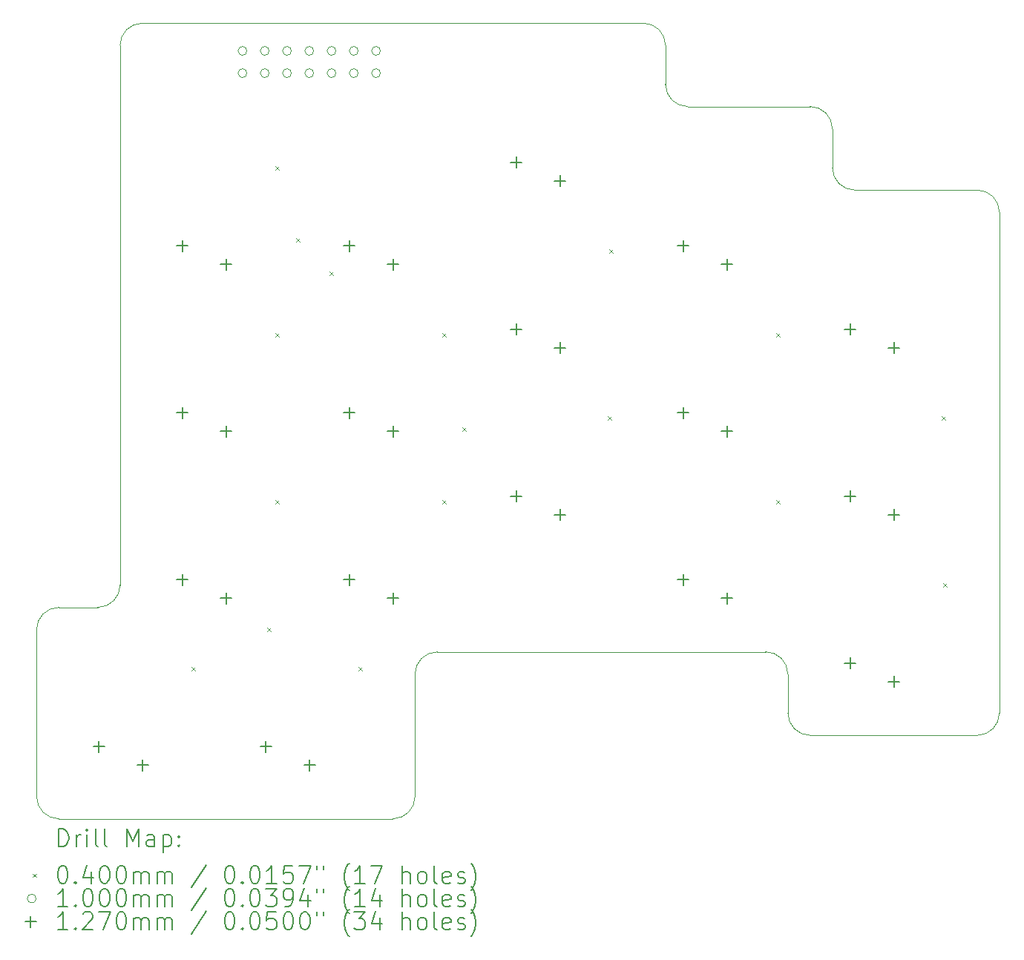
<source format=gbr>
%FSLAX45Y45*%
G04 Gerber Fmt 4.5, Leading zero omitted, Abs format (unit mm)*
G04 Created by KiCad (PCBNEW (6.0.4-0)) date 2022-03-28 14:36:45*
%MOMM*%
%LPD*%
G01*
G04 APERTURE LIST*
%TA.AperFunction,Profile*%
%ADD10C,0.120000*%
%TD*%
%ADD11C,0.200000*%
%ADD12C,0.040000*%
%ADD13C,0.100000*%
%ADD14C,0.127000*%
G04 APERTURE END LIST*
D10*
X15494000Y-5715000D02*
G75*
G03*
X15240000Y-5461000I-254000J0D01*
G01*
X13589000Y-5207000D02*
X13589000Y-4762500D01*
X5207000Y-10223500D02*
G75*
G03*
X5461000Y-9969500I0J254000D01*
G01*
X11684000Y-3810000D02*
G75*
G03*
X11430000Y-3556000I-254000J0D01*
G01*
X13081000Y-10985500D02*
G75*
G03*
X12827000Y-10731500I-254000J0D01*
G01*
X13335000Y-11684000D02*
X15240000Y-11684000D01*
X4508500Y-12382500D02*
G75*
G03*
X4762500Y-12636500I254000J0D01*
G01*
X12827000Y-10731500D02*
X9080500Y-10731500D01*
X15494000Y-11430000D02*
X15494000Y-5715000D01*
X5715000Y-3556000D02*
G75*
G03*
X5461000Y-3810000I0J-254000D01*
G01*
X4508500Y-10477500D02*
X4508500Y-10731500D01*
X8572500Y-12636500D02*
G75*
G03*
X8826500Y-12382500I0J254000D01*
G01*
X8572500Y-12636500D02*
X5016500Y-12636500D01*
X4508500Y-12382500D02*
X4508500Y-10731500D01*
X4762500Y-12636500D02*
X5016500Y-12636500D01*
X13589000Y-5207000D02*
G75*
G03*
X13843000Y-5461000I254000J0D01*
G01*
X11684000Y-3810000D02*
X11684000Y-4254500D01*
X11684000Y-4254500D02*
G75*
G03*
X11938000Y-4508500I254000J0D01*
G01*
X11938000Y-4508500D02*
X13335000Y-4508500D01*
X9525000Y-3556000D02*
X5715000Y-3556000D01*
X5461000Y-3810000D02*
X5461000Y-9969500D01*
X13081000Y-11430000D02*
G75*
G03*
X13335000Y-11684000I254000J0D01*
G01*
X13081000Y-10985500D02*
X13081000Y-11430000D01*
X11430000Y-3556000D02*
X9525000Y-3556000D01*
X9080500Y-10731500D02*
G75*
G03*
X8826500Y-10985500I0J-254000D01*
G01*
X4762500Y-10223500D02*
G75*
G03*
X4508500Y-10477500I0J-254000D01*
G01*
X5207000Y-10223500D02*
X4762500Y-10223500D01*
X8826500Y-12382500D02*
X8826500Y-10985500D01*
X15240000Y-11684000D02*
G75*
G03*
X15494000Y-11430000I0J254000D01*
G01*
X13589000Y-4762500D02*
G75*
G03*
X13335000Y-4508500I-254000J0D01*
G01*
X15240000Y-5461000D02*
X13843000Y-5461000D01*
D11*
D12*
X6279200Y-10902000D02*
X6319200Y-10942000D01*
X6319200Y-10902000D02*
X6279200Y-10942000D01*
X7142500Y-10457500D02*
X7182500Y-10497500D01*
X7182500Y-10457500D02*
X7142500Y-10497500D01*
X7231700Y-5187000D02*
X7271700Y-5227000D01*
X7271700Y-5187000D02*
X7231700Y-5227000D01*
X7231700Y-7092000D02*
X7271700Y-7132000D01*
X7271700Y-7092000D02*
X7231700Y-7132000D01*
X7231700Y-8997000D02*
X7271700Y-9037000D01*
X7271700Y-8997000D02*
X7231700Y-9037000D01*
X7473000Y-6012500D02*
X7513000Y-6052500D01*
X7513000Y-6012500D02*
X7473000Y-6052500D01*
X7854000Y-6393500D02*
X7894000Y-6433500D01*
X7894000Y-6393500D02*
X7854000Y-6433500D01*
X8184200Y-10902000D02*
X8224200Y-10942000D01*
X8224200Y-10902000D02*
X8184200Y-10942000D01*
X9136700Y-7092000D02*
X9176700Y-7132000D01*
X9176700Y-7092000D02*
X9136700Y-7132000D01*
X9136700Y-8997000D02*
X9176700Y-9037000D01*
X9176700Y-8997000D02*
X9136700Y-9037000D01*
X9363650Y-8171500D02*
X9403650Y-8211500D01*
X9403650Y-8171500D02*
X9363650Y-8211500D01*
X11029000Y-8044500D02*
X11069000Y-8084500D01*
X11069000Y-8044500D02*
X11029000Y-8084500D01*
X11041700Y-6139500D02*
X11081700Y-6179500D01*
X11081700Y-6139500D02*
X11041700Y-6179500D01*
X12946700Y-7092000D02*
X12986700Y-7132000D01*
X12986700Y-7092000D02*
X12946700Y-7132000D01*
X12946700Y-8997000D02*
X12986700Y-9037000D01*
X12986700Y-8997000D02*
X12946700Y-9037000D01*
X14839000Y-8044500D02*
X14879000Y-8084500D01*
X14879000Y-8044500D02*
X14839000Y-8084500D01*
X14851700Y-9949500D02*
X14891700Y-9989500D01*
X14891700Y-9949500D02*
X14851700Y-9989500D01*
D13*
X6908000Y-3873500D02*
G75*
G03*
X6908000Y-3873500I-50000J0D01*
G01*
X6908000Y-4127500D02*
G75*
G03*
X6908000Y-4127500I-50000J0D01*
G01*
X7162000Y-3873500D02*
G75*
G03*
X7162000Y-3873500I-50000J0D01*
G01*
X7162000Y-4127500D02*
G75*
G03*
X7162000Y-4127500I-50000J0D01*
G01*
X7416000Y-3873500D02*
G75*
G03*
X7416000Y-3873500I-50000J0D01*
G01*
X7416000Y-4127500D02*
G75*
G03*
X7416000Y-4127500I-50000J0D01*
G01*
X7670000Y-3873500D02*
G75*
G03*
X7670000Y-3873500I-50000J0D01*
G01*
X7670000Y-4127500D02*
G75*
G03*
X7670000Y-4127500I-50000J0D01*
G01*
X7924000Y-3873500D02*
G75*
G03*
X7924000Y-3873500I-50000J0D01*
G01*
X7924000Y-4127500D02*
G75*
G03*
X7924000Y-4127500I-50000J0D01*
G01*
X8178000Y-3873500D02*
G75*
G03*
X8178000Y-3873500I-50000J0D01*
G01*
X8178000Y-4127500D02*
G75*
G03*
X8178000Y-4127500I-50000J0D01*
G01*
X8432000Y-3873500D02*
G75*
G03*
X8432000Y-3873500I-50000J0D01*
G01*
X8432000Y-4127500D02*
G75*
G03*
X8432000Y-4127500I-50000J0D01*
G01*
D14*
X5217500Y-11747500D02*
X5217500Y-11874500D01*
X5154000Y-11811000D02*
X5281000Y-11811000D01*
X5717500Y-11959000D02*
X5717500Y-12086000D01*
X5654000Y-12022500D02*
X5781000Y-12022500D01*
X6170000Y-6032500D02*
X6170000Y-6159500D01*
X6106500Y-6096000D02*
X6233500Y-6096000D01*
X6170000Y-7937500D02*
X6170000Y-8064500D01*
X6106500Y-8001000D02*
X6233500Y-8001000D01*
X6170000Y-9842500D02*
X6170000Y-9969500D01*
X6106500Y-9906000D02*
X6233500Y-9906000D01*
X6670000Y-6244000D02*
X6670000Y-6371000D01*
X6606500Y-6307500D02*
X6733500Y-6307500D01*
X6670000Y-8149000D02*
X6670000Y-8276000D01*
X6606500Y-8212500D02*
X6733500Y-8212500D01*
X6670000Y-10054000D02*
X6670000Y-10181000D01*
X6606500Y-10117500D02*
X6733500Y-10117500D01*
X7122500Y-11747500D02*
X7122500Y-11874500D01*
X7059000Y-11811000D02*
X7186000Y-11811000D01*
X7622500Y-11959000D02*
X7622500Y-12086000D01*
X7559000Y-12022500D02*
X7686000Y-12022500D01*
X8075000Y-6032500D02*
X8075000Y-6159500D01*
X8011500Y-6096000D02*
X8138500Y-6096000D01*
X8075000Y-7937500D02*
X8075000Y-8064500D01*
X8011500Y-8001000D02*
X8138500Y-8001000D01*
X8075000Y-9842500D02*
X8075000Y-9969500D01*
X8011500Y-9906000D02*
X8138500Y-9906000D01*
X8575000Y-6244000D02*
X8575000Y-6371000D01*
X8511500Y-6307500D02*
X8638500Y-6307500D01*
X8575000Y-8149000D02*
X8575000Y-8276000D01*
X8511500Y-8212500D02*
X8638500Y-8212500D01*
X8575000Y-10054000D02*
X8575000Y-10181000D01*
X8511500Y-10117500D02*
X8638500Y-10117500D01*
X9980000Y-5080000D02*
X9980000Y-5207000D01*
X9916500Y-5143500D02*
X10043500Y-5143500D01*
X9980000Y-6985000D02*
X9980000Y-7112000D01*
X9916500Y-7048500D02*
X10043500Y-7048500D01*
X9980000Y-8890000D02*
X9980000Y-9017000D01*
X9916500Y-8953500D02*
X10043500Y-8953500D01*
X10480000Y-5291500D02*
X10480000Y-5418500D01*
X10416500Y-5355000D02*
X10543500Y-5355000D01*
X10480000Y-7196500D02*
X10480000Y-7323500D01*
X10416500Y-7260000D02*
X10543500Y-7260000D01*
X10480000Y-9101500D02*
X10480000Y-9228500D01*
X10416500Y-9165000D02*
X10543500Y-9165000D01*
X11885000Y-6032500D02*
X11885000Y-6159500D01*
X11821500Y-6096000D02*
X11948500Y-6096000D01*
X11885000Y-7937500D02*
X11885000Y-8064500D01*
X11821500Y-8001000D02*
X11948500Y-8001000D01*
X11885000Y-9842500D02*
X11885000Y-9969500D01*
X11821500Y-9906000D02*
X11948500Y-9906000D01*
X12385000Y-6244000D02*
X12385000Y-6371000D01*
X12321500Y-6307500D02*
X12448500Y-6307500D01*
X12385000Y-8149000D02*
X12385000Y-8276000D01*
X12321500Y-8212500D02*
X12448500Y-8212500D01*
X12385000Y-10054000D02*
X12385000Y-10181000D01*
X12321500Y-10117500D02*
X12448500Y-10117500D01*
X13790000Y-6985000D02*
X13790000Y-7112000D01*
X13726500Y-7048500D02*
X13853500Y-7048500D01*
X13790000Y-8890000D02*
X13790000Y-9017000D01*
X13726500Y-8953500D02*
X13853500Y-8953500D01*
X13790000Y-10795000D02*
X13790000Y-10922000D01*
X13726500Y-10858500D02*
X13853500Y-10858500D01*
X14290000Y-7196500D02*
X14290000Y-7323500D01*
X14226500Y-7260000D02*
X14353500Y-7260000D01*
X14290000Y-9101500D02*
X14290000Y-9228500D01*
X14226500Y-9165000D02*
X14353500Y-9165000D01*
X14290000Y-11006500D02*
X14290000Y-11133500D01*
X14226500Y-11070000D02*
X14353500Y-11070000D01*
D11*
X4760119Y-12952976D02*
X4760119Y-12752976D01*
X4807738Y-12752976D01*
X4836310Y-12762500D01*
X4855357Y-12781548D01*
X4864881Y-12800595D01*
X4874405Y-12838690D01*
X4874405Y-12867262D01*
X4864881Y-12905357D01*
X4855357Y-12924405D01*
X4836310Y-12943452D01*
X4807738Y-12952976D01*
X4760119Y-12952976D01*
X4960119Y-12952976D02*
X4960119Y-12819643D01*
X4960119Y-12857738D02*
X4969643Y-12838690D01*
X4979167Y-12829167D01*
X4998214Y-12819643D01*
X5017262Y-12819643D01*
X5083929Y-12952976D02*
X5083929Y-12819643D01*
X5083929Y-12752976D02*
X5074405Y-12762500D01*
X5083929Y-12772024D01*
X5093452Y-12762500D01*
X5083929Y-12752976D01*
X5083929Y-12772024D01*
X5207738Y-12952976D02*
X5188690Y-12943452D01*
X5179167Y-12924405D01*
X5179167Y-12752976D01*
X5312500Y-12952976D02*
X5293452Y-12943452D01*
X5283929Y-12924405D01*
X5283929Y-12752976D01*
X5541071Y-12952976D02*
X5541071Y-12752976D01*
X5607738Y-12895833D01*
X5674405Y-12752976D01*
X5674405Y-12952976D01*
X5855357Y-12952976D02*
X5855357Y-12848214D01*
X5845833Y-12829167D01*
X5826786Y-12819643D01*
X5788690Y-12819643D01*
X5769643Y-12829167D01*
X5855357Y-12943452D02*
X5836309Y-12952976D01*
X5788690Y-12952976D01*
X5769643Y-12943452D01*
X5760119Y-12924405D01*
X5760119Y-12905357D01*
X5769643Y-12886309D01*
X5788690Y-12876786D01*
X5836309Y-12876786D01*
X5855357Y-12867262D01*
X5950595Y-12819643D02*
X5950595Y-13019643D01*
X5950595Y-12829167D02*
X5969643Y-12819643D01*
X6007738Y-12819643D01*
X6026786Y-12829167D01*
X6036309Y-12838690D01*
X6045833Y-12857738D01*
X6045833Y-12914881D01*
X6036309Y-12933928D01*
X6026786Y-12943452D01*
X6007738Y-12952976D01*
X5969643Y-12952976D01*
X5950595Y-12943452D01*
X6131548Y-12933928D02*
X6141071Y-12943452D01*
X6131548Y-12952976D01*
X6122024Y-12943452D01*
X6131548Y-12933928D01*
X6131548Y-12952976D01*
X6131548Y-12829167D02*
X6141071Y-12838690D01*
X6131548Y-12848214D01*
X6122024Y-12838690D01*
X6131548Y-12829167D01*
X6131548Y-12848214D01*
D12*
X4462500Y-13262500D02*
X4502500Y-13302500D01*
X4502500Y-13262500D02*
X4462500Y-13302500D01*
D11*
X4798214Y-13172976D02*
X4817262Y-13172976D01*
X4836310Y-13182500D01*
X4845833Y-13192024D01*
X4855357Y-13211071D01*
X4864881Y-13249167D01*
X4864881Y-13296786D01*
X4855357Y-13334881D01*
X4845833Y-13353928D01*
X4836310Y-13363452D01*
X4817262Y-13372976D01*
X4798214Y-13372976D01*
X4779167Y-13363452D01*
X4769643Y-13353928D01*
X4760119Y-13334881D01*
X4750595Y-13296786D01*
X4750595Y-13249167D01*
X4760119Y-13211071D01*
X4769643Y-13192024D01*
X4779167Y-13182500D01*
X4798214Y-13172976D01*
X4950595Y-13353928D02*
X4960119Y-13363452D01*
X4950595Y-13372976D01*
X4941071Y-13363452D01*
X4950595Y-13353928D01*
X4950595Y-13372976D01*
X5131548Y-13239643D02*
X5131548Y-13372976D01*
X5083929Y-13163452D02*
X5036310Y-13306309D01*
X5160119Y-13306309D01*
X5274405Y-13172976D02*
X5293452Y-13172976D01*
X5312500Y-13182500D01*
X5322024Y-13192024D01*
X5331548Y-13211071D01*
X5341071Y-13249167D01*
X5341071Y-13296786D01*
X5331548Y-13334881D01*
X5322024Y-13353928D01*
X5312500Y-13363452D01*
X5293452Y-13372976D01*
X5274405Y-13372976D01*
X5255357Y-13363452D01*
X5245833Y-13353928D01*
X5236310Y-13334881D01*
X5226786Y-13296786D01*
X5226786Y-13249167D01*
X5236310Y-13211071D01*
X5245833Y-13192024D01*
X5255357Y-13182500D01*
X5274405Y-13172976D01*
X5464881Y-13172976D02*
X5483929Y-13172976D01*
X5502976Y-13182500D01*
X5512500Y-13192024D01*
X5522024Y-13211071D01*
X5531548Y-13249167D01*
X5531548Y-13296786D01*
X5522024Y-13334881D01*
X5512500Y-13353928D01*
X5502976Y-13363452D01*
X5483929Y-13372976D01*
X5464881Y-13372976D01*
X5445833Y-13363452D01*
X5436310Y-13353928D01*
X5426786Y-13334881D01*
X5417262Y-13296786D01*
X5417262Y-13249167D01*
X5426786Y-13211071D01*
X5436310Y-13192024D01*
X5445833Y-13182500D01*
X5464881Y-13172976D01*
X5617262Y-13372976D02*
X5617262Y-13239643D01*
X5617262Y-13258690D02*
X5626786Y-13249167D01*
X5645833Y-13239643D01*
X5674405Y-13239643D01*
X5693452Y-13249167D01*
X5702976Y-13268214D01*
X5702976Y-13372976D01*
X5702976Y-13268214D02*
X5712500Y-13249167D01*
X5731548Y-13239643D01*
X5760119Y-13239643D01*
X5779167Y-13249167D01*
X5788690Y-13268214D01*
X5788690Y-13372976D01*
X5883928Y-13372976D02*
X5883928Y-13239643D01*
X5883928Y-13258690D02*
X5893452Y-13249167D01*
X5912500Y-13239643D01*
X5941071Y-13239643D01*
X5960119Y-13249167D01*
X5969643Y-13268214D01*
X5969643Y-13372976D01*
X5969643Y-13268214D02*
X5979167Y-13249167D01*
X5998214Y-13239643D01*
X6026786Y-13239643D01*
X6045833Y-13249167D01*
X6055357Y-13268214D01*
X6055357Y-13372976D01*
X6445833Y-13163452D02*
X6274405Y-13420595D01*
X6702976Y-13172976D02*
X6722024Y-13172976D01*
X6741071Y-13182500D01*
X6750595Y-13192024D01*
X6760119Y-13211071D01*
X6769643Y-13249167D01*
X6769643Y-13296786D01*
X6760119Y-13334881D01*
X6750595Y-13353928D01*
X6741071Y-13363452D01*
X6722024Y-13372976D01*
X6702976Y-13372976D01*
X6683928Y-13363452D01*
X6674405Y-13353928D01*
X6664881Y-13334881D01*
X6655357Y-13296786D01*
X6655357Y-13249167D01*
X6664881Y-13211071D01*
X6674405Y-13192024D01*
X6683928Y-13182500D01*
X6702976Y-13172976D01*
X6855357Y-13353928D02*
X6864881Y-13363452D01*
X6855357Y-13372976D01*
X6845833Y-13363452D01*
X6855357Y-13353928D01*
X6855357Y-13372976D01*
X6988690Y-13172976D02*
X7007738Y-13172976D01*
X7026786Y-13182500D01*
X7036309Y-13192024D01*
X7045833Y-13211071D01*
X7055357Y-13249167D01*
X7055357Y-13296786D01*
X7045833Y-13334881D01*
X7036309Y-13353928D01*
X7026786Y-13363452D01*
X7007738Y-13372976D01*
X6988690Y-13372976D01*
X6969643Y-13363452D01*
X6960119Y-13353928D01*
X6950595Y-13334881D01*
X6941071Y-13296786D01*
X6941071Y-13249167D01*
X6950595Y-13211071D01*
X6960119Y-13192024D01*
X6969643Y-13182500D01*
X6988690Y-13172976D01*
X7245833Y-13372976D02*
X7131548Y-13372976D01*
X7188690Y-13372976D02*
X7188690Y-13172976D01*
X7169643Y-13201548D01*
X7150595Y-13220595D01*
X7131548Y-13230119D01*
X7426786Y-13172976D02*
X7331548Y-13172976D01*
X7322024Y-13268214D01*
X7331548Y-13258690D01*
X7350595Y-13249167D01*
X7398214Y-13249167D01*
X7417262Y-13258690D01*
X7426786Y-13268214D01*
X7436309Y-13287262D01*
X7436309Y-13334881D01*
X7426786Y-13353928D01*
X7417262Y-13363452D01*
X7398214Y-13372976D01*
X7350595Y-13372976D01*
X7331548Y-13363452D01*
X7322024Y-13353928D01*
X7502976Y-13172976D02*
X7636309Y-13172976D01*
X7550595Y-13372976D01*
X7702976Y-13172976D02*
X7702976Y-13211071D01*
X7779167Y-13172976D02*
X7779167Y-13211071D01*
X8074405Y-13449167D02*
X8064881Y-13439643D01*
X8045833Y-13411071D01*
X8036309Y-13392024D01*
X8026786Y-13363452D01*
X8017262Y-13315833D01*
X8017262Y-13277738D01*
X8026786Y-13230119D01*
X8036309Y-13201548D01*
X8045833Y-13182500D01*
X8064881Y-13153928D01*
X8074405Y-13144405D01*
X8255357Y-13372976D02*
X8141071Y-13372976D01*
X8198214Y-13372976D02*
X8198214Y-13172976D01*
X8179167Y-13201548D01*
X8160119Y-13220595D01*
X8141071Y-13230119D01*
X8322024Y-13172976D02*
X8455357Y-13172976D01*
X8369643Y-13372976D01*
X8683929Y-13372976D02*
X8683929Y-13172976D01*
X8769643Y-13372976D02*
X8769643Y-13268214D01*
X8760119Y-13249167D01*
X8741071Y-13239643D01*
X8712500Y-13239643D01*
X8693452Y-13249167D01*
X8683929Y-13258690D01*
X8893452Y-13372976D02*
X8874405Y-13363452D01*
X8864881Y-13353928D01*
X8855357Y-13334881D01*
X8855357Y-13277738D01*
X8864881Y-13258690D01*
X8874405Y-13249167D01*
X8893452Y-13239643D01*
X8922024Y-13239643D01*
X8941071Y-13249167D01*
X8950595Y-13258690D01*
X8960119Y-13277738D01*
X8960119Y-13334881D01*
X8950595Y-13353928D01*
X8941071Y-13363452D01*
X8922024Y-13372976D01*
X8893452Y-13372976D01*
X9074405Y-13372976D02*
X9055357Y-13363452D01*
X9045833Y-13344405D01*
X9045833Y-13172976D01*
X9226786Y-13363452D02*
X9207738Y-13372976D01*
X9169643Y-13372976D01*
X9150595Y-13363452D01*
X9141071Y-13344405D01*
X9141071Y-13268214D01*
X9150595Y-13249167D01*
X9169643Y-13239643D01*
X9207738Y-13239643D01*
X9226786Y-13249167D01*
X9236310Y-13268214D01*
X9236310Y-13287262D01*
X9141071Y-13306309D01*
X9312500Y-13363452D02*
X9331548Y-13372976D01*
X9369643Y-13372976D01*
X9388690Y-13363452D01*
X9398214Y-13344405D01*
X9398214Y-13334881D01*
X9388690Y-13315833D01*
X9369643Y-13306309D01*
X9341071Y-13306309D01*
X9322024Y-13296786D01*
X9312500Y-13277738D01*
X9312500Y-13268214D01*
X9322024Y-13249167D01*
X9341071Y-13239643D01*
X9369643Y-13239643D01*
X9388690Y-13249167D01*
X9464881Y-13449167D02*
X9474405Y-13439643D01*
X9493452Y-13411071D01*
X9502976Y-13392024D01*
X9512500Y-13363452D01*
X9522024Y-13315833D01*
X9522024Y-13277738D01*
X9512500Y-13230119D01*
X9502976Y-13201548D01*
X9493452Y-13182500D01*
X9474405Y-13153928D01*
X9464881Y-13144405D01*
D13*
X4502500Y-13546500D02*
G75*
G03*
X4502500Y-13546500I-50000J0D01*
G01*
D11*
X4864881Y-13636976D02*
X4750595Y-13636976D01*
X4807738Y-13636976D02*
X4807738Y-13436976D01*
X4788690Y-13465548D01*
X4769643Y-13484595D01*
X4750595Y-13494119D01*
X4950595Y-13617928D02*
X4960119Y-13627452D01*
X4950595Y-13636976D01*
X4941071Y-13627452D01*
X4950595Y-13617928D01*
X4950595Y-13636976D01*
X5083929Y-13436976D02*
X5102976Y-13436976D01*
X5122024Y-13446500D01*
X5131548Y-13456024D01*
X5141071Y-13475071D01*
X5150595Y-13513167D01*
X5150595Y-13560786D01*
X5141071Y-13598881D01*
X5131548Y-13617928D01*
X5122024Y-13627452D01*
X5102976Y-13636976D01*
X5083929Y-13636976D01*
X5064881Y-13627452D01*
X5055357Y-13617928D01*
X5045833Y-13598881D01*
X5036310Y-13560786D01*
X5036310Y-13513167D01*
X5045833Y-13475071D01*
X5055357Y-13456024D01*
X5064881Y-13446500D01*
X5083929Y-13436976D01*
X5274405Y-13436976D02*
X5293452Y-13436976D01*
X5312500Y-13446500D01*
X5322024Y-13456024D01*
X5331548Y-13475071D01*
X5341071Y-13513167D01*
X5341071Y-13560786D01*
X5331548Y-13598881D01*
X5322024Y-13617928D01*
X5312500Y-13627452D01*
X5293452Y-13636976D01*
X5274405Y-13636976D01*
X5255357Y-13627452D01*
X5245833Y-13617928D01*
X5236310Y-13598881D01*
X5226786Y-13560786D01*
X5226786Y-13513167D01*
X5236310Y-13475071D01*
X5245833Y-13456024D01*
X5255357Y-13446500D01*
X5274405Y-13436976D01*
X5464881Y-13436976D02*
X5483929Y-13436976D01*
X5502976Y-13446500D01*
X5512500Y-13456024D01*
X5522024Y-13475071D01*
X5531548Y-13513167D01*
X5531548Y-13560786D01*
X5522024Y-13598881D01*
X5512500Y-13617928D01*
X5502976Y-13627452D01*
X5483929Y-13636976D01*
X5464881Y-13636976D01*
X5445833Y-13627452D01*
X5436310Y-13617928D01*
X5426786Y-13598881D01*
X5417262Y-13560786D01*
X5417262Y-13513167D01*
X5426786Y-13475071D01*
X5436310Y-13456024D01*
X5445833Y-13446500D01*
X5464881Y-13436976D01*
X5617262Y-13636976D02*
X5617262Y-13503643D01*
X5617262Y-13522690D02*
X5626786Y-13513167D01*
X5645833Y-13503643D01*
X5674405Y-13503643D01*
X5693452Y-13513167D01*
X5702976Y-13532214D01*
X5702976Y-13636976D01*
X5702976Y-13532214D02*
X5712500Y-13513167D01*
X5731548Y-13503643D01*
X5760119Y-13503643D01*
X5779167Y-13513167D01*
X5788690Y-13532214D01*
X5788690Y-13636976D01*
X5883928Y-13636976D02*
X5883928Y-13503643D01*
X5883928Y-13522690D02*
X5893452Y-13513167D01*
X5912500Y-13503643D01*
X5941071Y-13503643D01*
X5960119Y-13513167D01*
X5969643Y-13532214D01*
X5969643Y-13636976D01*
X5969643Y-13532214D02*
X5979167Y-13513167D01*
X5998214Y-13503643D01*
X6026786Y-13503643D01*
X6045833Y-13513167D01*
X6055357Y-13532214D01*
X6055357Y-13636976D01*
X6445833Y-13427452D02*
X6274405Y-13684595D01*
X6702976Y-13436976D02*
X6722024Y-13436976D01*
X6741071Y-13446500D01*
X6750595Y-13456024D01*
X6760119Y-13475071D01*
X6769643Y-13513167D01*
X6769643Y-13560786D01*
X6760119Y-13598881D01*
X6750595Y-13617928D01*
X6741071Y-13627452D01*
X6722024Y-13636976D01*
X6702976Y-13636976D01*
X6683928Y-13627452D01*
X6674405Y-13617928D01*
X6664881Y-13598881D01*
X6655357Y-13560786D01*
X6655357Y-13513167D01*
X6664881Y-13475071D01*
X6674405Y-13456024D01*
X6683928Y-13446500D01*
X6702976Y-13436976D01*
X6855357Y-13617928D02*
X6864881Y-13627452D01*
X6855357Y-13636976D01*
X6845833Y-13627452D01*
X6855357Y-13617928D01*
X6855357Y-13636976D01*
X6988690Y-13436976D02*
X7007738Y-13436976D01*
X7026786Y-13446500D01*
X7036309Y-13456024D01*
X7045833Y-13475071D01*
X7055357Y-13513167D01*
X7055357Y-13560786D01*
X7045833Y-13598881D01*
X7036309Y-13617928D01*
X7026786Y-13627452D01*
X7007738Y-13636976D01*
X6988690Y-13636976D01*
X6969643Y-13627452D01*
X6960119Y-13617928D01*
X6950595Y-13598881D01*
X6941071Y-13560786D01*
X6941071Y-13513167D01*
X6950595Y-13475071D01*
X6960119Y-13456024D01*
X6969643Y-13446500D01*
X6988690Y-13436976D01*
X7122024Y-13436976D02*
X7245833Y-13436976D01*
X7179167Y-13513167D01*
X7207738Y-13513167D01*
X7226786Y-13522690D01*
X7236309Y-13532214D01*
X7245833Y-13551262D01*
X7245833Y-13598881D01*
X7236309Y-13617928D01*
X7226786Y-13627452D01*
X7207738Y-13636976D01*
X7150595Y-13636976D01*
X7131548Y-13627452D01*
X7122024Y-13617928D01*
X7341071Y-13636976D02*
X7379167Y-13636976D01*
X7398214Y-13627452D01*
X7407738Y-13617928D01*
X7426786Y-13589357D01*
X7436309Y-13551262D01*
X7436309Y-13475071D01*
X7426786Y-13456024D01*
X7417262Y-13446500D01*
X7398214Y-13436976D01*
X7360119Y-13436976D01*
X7341071Y-13446500D01*
X7331548Y-13456024D01*
X7322024Y-13475071D01*
X7322024Y-13522690D01*
X7331548Y-13541738D01*
X7341071Y-13551262D01*
X7360119Y-13560786D01*
X7398214Y-13560786D01*
X7417262Y-13551262D01*
X7426786Y-13541738D01*
X7436309Y-13522690D01*
X7607738Y-13503643D02*
X7607738Y-13636976D01*
X7560119Y-13427452D02*
X7512500Y-13570309D01*
X7636309Y-13570309D01*
X7702976Y-13436976D02*
X7702976Y-13475071D01*
X7779167Y-13436976D02*
X7779167Y-13475071D01*
X8074405Y-13713167D02*
X8064881Y-13703643D01*
X8045833Y-13675071D01*
X8036309Y-13656024D01*
X8026786Y-13627452D01*
X8017262Y-13579833D01*
X8017262Y-13541738D01*
X8026786Y-13494119D01*
X8036309Y-13465548D01*
X8045833Y-13446500D01*
X8064881Y-13417928D01*
X8074405Y-13408405D01*
X8255357Y-13636976D02*
X8141071Y-13636976D01*
X8198214Y-13636976D02*
X8198214Y-13436976D01*
X8179167Y-13465548D01*
X8160119Y-13484595D01*
X8141071Y-13494119D01*
X8426786Y-13503643D02*
X8426786Y-13636976D01*
X8379167Y-13427452D02*
X8331548Y-13570309D01*
X8455357Y-13570309D01*
X8683929Y-13636976D02*
X8683929Y-13436976D01*
X8769643Y-13636976D02*
X8769643Y-13532214D01*
X8760119Y-13513167D01*
X8741071Y-13503643D01*
X8712500Y-13503643D01*
X8693452Y-13513167D01*
X8683929Y-13522690D01*
X8893452Y-13636976D02*
X8874405Y-13627452D01*
X8864881Y-13617928D01*
X8855357Y-13598881D01*
X8855357Y-13541738D01*
X8864881Y-13522690D01*
X8874405Y-13513167D01*
X8893452Y-13503643D01*
X8922024Y-13503643D01*
X8941071Y-13513167D01*
X8950595Y-13522690D01*
X8960119Y-13541738D01*
X8960119Y-13598881D01*
X8950595Y-13617928D01*
X8941071Y-13627452D01*
X8922024Y-13636976D01*
X8893452Y-13636976D01*
X9074405Y-13636976D02*
X9055357Y-13627452D01*
X9045833Y-13608405D01*
X9045833Y-13436976D01*
X9226786Y-13627452D02*
X9207738Y-13636976D01*
X9169643Y-13636976D01*
X9150595Y-13627452D01*
X9141071Y-13608405D01*
X9141071Y-13532214D01*
X9150595Y-13513167D01*
X9169643Y-13503643D01*
X9207738Y-13503643D01*
X9226786Y-13513167D01*
X9236310Y-13532214D01*
X9236310Y-13551262D01*
X9141071Y-13570309D01*
X9312500Y-13627452D02*
X9331548Y-13636976D01*
X9369643Y-13636976D01*
X9388690Y-13627452D01*
X9398214Y-13608405D01*
X9398214Y-13598881D01*
X9388690Y-13579833D01*
X9369643Y-13570309D01*
X9341071Y-13570309D01*
X9322024Y-13560786D01*
X9312500Y-13541738D01*
X9312500Y-13532214D01*
X9322024Y-13513167D01*
X9341071Y-13503643D01*
X9369643Y-13503643D01*
X9388690Y-13513167D01*
X9464881Y-13713167D02*
X9474405Y-13703643D01*
X9493452Y-13675071D01*
X9502976Y-13656024D01*
X9512500Y-13627452D01*
X9522024Y-13579833D01*
X9522024Y-13541738D01*
X9512500Y-13494119D01*
X9502976Y-13465548D01*
X9493452Y-13446500D01*
X9474405Y-13417928D01*
X9464881Y-13408405D01*
D14*
X4439000Y-13747000D02*
X4439000Y-13874000D01*
X4375500Y-13810500D02*
X4502500Y-13810500D01*
D11*
X4864881Y-13900976D02*
X4750595Y-13900976D01*
X4807738Y-13900976D02*
X4807738Y-13700976D01*
X4788690Y-13729548D01*
X4769643Y-13748595D01*
X4750595Y-13758119D01*
X4950595Y-13881928D02*
X4960119Y-13891452D01*
X4950595Y-13900976D01*
X4941071Y-13891452D01*
X4950595Y-13881928D01*
X4950595Y-13900976D01*
X5036310Y-13720024D02*
X5045833Y-13710500D01*
X5064881Y-13700976D01*
X5112500Y-13700976D01*
X5131548Y-13710500D01*
X5141071Y-13720024D01*
X5150595Y-13739071D01*
X5150595Y-13758119D01*
X5141071Y-13786690D01*
X5026786Y-13900976D01*
X5150595Y-13900976D01*
X5217262Y-13700976D02*
X5350595Y-13700976D01*
X5264881Y-13900976D01*
X5464881Y-13700976D02*
X5483929Y-13700976D01*
X5502976Y-13710500D01*
X5512500Y-13720024D01*
X5522024Y-13739071D01*
X5531548Y-13777167D01*
X5531548Y-13824786D01*
X5522024Y-13862881D01*
X5512500Y-13881928D01*
X5502976Y-13891452D01*
X5483929Y-13900976D01*
X5464881Y-13900976D01*
X5445833Y-13891452D01*
X5436310Y-13881928D01*
X5426786Y-13862881D01*
X5417262Y-13824786D01*
X5417262Y-13777167D01*
X5426786Y-13739071D01*
X5436310Y-13720024D01*
X5445833Y-13710500D01*
X5464881Y-13700976D01*
X5617262Y-13900976D02*
X5617262Y-13767643D01*
X5617262Y-13786690D02*
X5626786Y-13777167D01*
X5645833Y-13767643D01*
X5674405Y-13767643D01*
X5693452Y-13777167D01*
X5702976Y-13796214D01*
X5702976Y-13900976D01*
X5702976Y-13796214D02*
X5712500Y-13777167D01*
X5731548Y-13767643D01*
X5760119Y-13767643D01*
X5779167Y-13777167D01*
X5788690Y-13796214D01*
X5788690Y-13900976D01*
X5883928Y-13900976D02*
X5883928Y-13767643D01*
X5883928Y-13786690D02*
X5893452Y-13777167D01*
X5912500Y-13767643D01*
X5941071Y-13767643D01*
X5960119Y-13777167D01*
X5969643Y-13796214D01*
X5969643Y-13900976D01*
X5969643Y-13796214D02*
X5979167Y-13777167D01*
X5998214Y-13767643D01*
X6026786Y-13767643D01*
X6045833Y-13777167D01*
X6055357Y-13796214D01*
X6055357Y-13900976D01*
X6445833Y-13691452D02*
X6274405Y-13948595D01*
X6702976Y-13700976D02*
X6722024Y-13700976D01*
X6741071Y-13710500D01*
X6750595Y-13720024D01*
X6760119Y-13739071D01*
X6769643Y-13777167D01*
X6769643Y-13824786D01*
X6760119Y-13862881D01*
X6750595Y-13881928D01*
X6741071Y-13891452D01*
X6722024Y-13900976D01*
X6702976Y-13900976D01*
X6683928Y-13891452D01*
X6674405Y-13881928D01*
X6664881Y-13862881D01*
X6655357Y-13824786D01*
X6655357Y-13777167D01*
X6664881Y-13739071D01*
X6674405Y-13720024D01*
X6683928Y-13710500D01*
X6702976Y-13700976D01*
X6855357Y-13881928D02*
X6864881Y-13891452D01*
X6855357Y-13900976D01*
X6845833Y-13891452D01*
X6855357Y-13881928D01*
X6855357Y-13900976D01*
X6988690Y-13700976D02*
X7007738Y-13700976D01*
X7026786Y-13710500D01*
X7036309Y-13720024D01*
X7045833Y-13739071D01*
X7055357Y-13777167D01*
X7055357Y-13824786D01*
X7045833Y-13862881D01*
X7036309Y-13881928D01*
X7026786Y-13891452D01*
X7007738Y-13900976D01*
X6988690Y-13900976D01*
X6969643Y-13891452D01*
X6960119Y-13881928D01*
X6950595Y-13862881D01*
X6941071Y-13824786D01*
X6941071Y-13777167D01*
X6950595Y-13739071D01*
X6960119Y-13720024D01*
X6969643Y-13710500D01*
X6988690Y-13700976D01*
X7236309Y-13700976D02*
X7141071Y-13700976D01*
X7131548Y-13796214D01*
X7141071Y-13786690D01*
X7160119Y-13777167D01*
X7207738Y-13777167D01*
X7226786Y-13786690D01*
X7236309Y-13796214D01*
X7245833Y-13815262D01*
X7245833Y-13862881D01*
X7236309Y-13881928D01*
X7226786Y-13891452D01*
X7207738Y-13900976D01*
X7160119Y-13900976D01*
X7141071Y-13891452D01*
X7131548Y-13881928D01*
X7369643Y-13700976D02*
X7388690Y-13700976D01*
X7407738Y-13710500D01*
X7417262Y-13720024D01*
X7426786Y-13739071D01*
X7436309Y-13777167D01*
X7436309Y-13824786D01*
X7426786Y-13862881D01*
X7417262Y-13881928D01*
X7407738Y-13891452D01*
X7388690Y-13900976D01*
X7369643Y-13900976D01*
X7350595Y-13891452D01*
X7341071Y-13881928D01*
X7331548Y-13862881D01*
X7322024Y-13824786D01*
X7322024Y-13777167D01*
X7331548Y-13739071D01*
X7341071Y-13720024D01*
X7350595Y-13710500D01*
X7369643Y-13700976D01*
X7560119Y-13700976D02*
X7579167Y-13700976D01*
X7598214Y-13710500D01*
X7607738Y-13720024D01*
X7617262Y-13739071D01*
X7626786Y-13777167D01*
X7626786Y-13824786D01*
X7617262Y-13862881D01*
X7607738Y-13881928D01*
X7598214Y-13891452D01*
X7579167Y-13900976D01*
X7560119Y-13900976D01*
X7541071Y-13891452D01*
X7531548Y-13881928D01*
X7522024Y-13862881D01*
X7512500Y-13824786D01*
X7512500Y-13777167D01*
X7522024Y-13739071D01*
X7531548Y-13720024D01*
X7541071Y-13710500D01*
X7560119Y-13700976D01*
X7702976Y-13700976D02*
X7702976Y-13739071D01*
X7779167Y-13700976D02*
X7779167Y-13739071D01*
X8074405Y-13977167D02*
X8064881Y-13967643D01*
X8045833Y-13939071D01*
X8036309Y-13920024D01*
X8026786Y-13891452D01*
X8017262Y-13843833D01*
X8017262Y-13805738D01*
X8026786Y-13758119D01*
X8036309Y-13729548D01*
X8045833Y-13710500D01*
X8064881Y-13681928D01*
X8074405Y-13672405D01*
X8131548Y-13700976D02*
X8255357Y-13700976D01*
X8188690Y-13777167D01*
X8217262Y-13777167D01*
X8236309Y-13786690D01*
X8245833Y-13796214D01*
X8255357Y-13815262D01*
X8255357Y-13862881D01*
X8245833Y-13881928D01*
X8236309Y-13891452D01*
X8217262Y-13900976D01*
X8160119Y-13900976D01*
X8141071Y-13891452D01*
X8131548Y-13881928D01*
X8426786Y-13767643D02*
X8426786Y-13900976D01*
X8379167Y-13691452D02*
X8331548Y-13834309D01*
X8455357Y-13834309D01*
X8683929Y-13900976D02*
X8683929Y-13700976D01*
X8769643Y-13900976D02*
X8769643Y-13796214D01*
X8760119Y-13777167D01*
X8741071Y-13767643D01*
X8712500Y-13767643D01*
X8693452Y-13777167D01*
X8683929Y-13786690D01*
X8893452Y-13900976D02*
X8874405Y-13891452D01*
X8864881Y-13881928D01*
X8855357Y-13862881D01*
X8855357Y-13805738D01*
X8864881Y-13786690D01*
X8874405Y-13777167D01*
X8893452Y-13767643D01*
X8922024Y-13767643D01*
X8941071Y-13777167D01*
X8950595Y-13786690D01*
X8960119Y-13805738D01*
X8960119Y-13862881D01*
X8950595Y-13881928D01*
X8941071Y-13891452D01*
X8922024Y-13900976D01*
X8893452Y-13900976D01*
X9074405Y-13900976D02*
X9055357Y-13891452D01*
X9045833Y-13872405D01*
X9045833Y-13700976D01*
X9226786Y-13891452D02*
X9207738Y-13900976D01*
X9169643Y-13900976D01*
X9150595Y-13891452D01*
X9141071Y-13872405D01*
X9141071Y-13796214D01*
X9150595Y-13777167D01*
X9169643Y-13767643D01*
X9207738Y-13767643D01*
X9226786Y-13777167D01*
X9236310Y-13796214D01*
X9236310Y-13815262D01*
X9141071Y-13834309D01*
X9312500Y-13891452D02*
X9331548Y-13900976D01*
X9369643Y-13900976D01*
X9388690Y-13891452D01*
X9398214Y-13872405D01*
X9398214Y-13862881D01*
X9388690Y-13843833D01*
X9369643Y-13834309D01*
X9341071Y-13834309D01*
X9322024Y-13824786D01*
X9312500Y-13805738D01*
X9312500Y-13796214D01*
X9322024Y-13777167D01*
X9341071Y-13767643D01*
X9369643Y-13767643D01*
X9388690Y-13777167D01*
X9464881Y-13977167D02*
X9474405Y-13967643D01*
X9493452Y-13939071D01*
X9502976Y-13920024D01*
X9512500Y-13891452D01*
X9522024Y-13843833D01*
X9522024Y-13805738D01*
X9512500Y-13758119D01*
X9502976Y-13729548D01*
X9493452Y-13710500D01*
X9474405Y-13681928D01*
X9464881Y-13672405D01*
M02*

</source>
